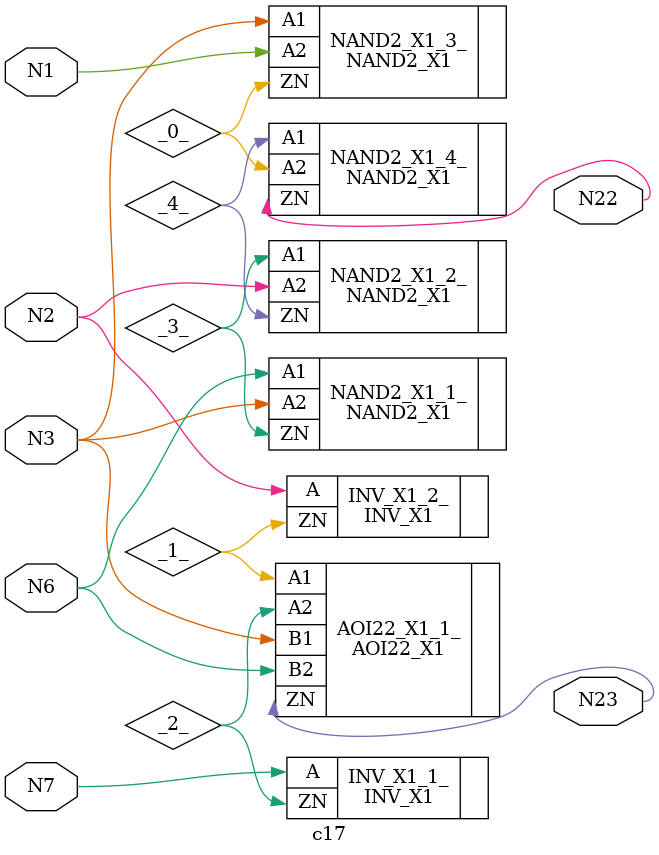
<source format=v>
module c17(N1, N2, N3, N6, N7, N22, N23);

wire _0_;
wire _1_;
wire _2_;
wire _3_;
wire _4_;
input N1;
input N2;
input N3;
input N6;
input N7;
output N22;
output N23;

INV_X1 #() 
INV_X1_1_ (
  .A({ N7 }),
  .ZN({ _2_ })
);
AOI22_X1 #() 
AOI22_X1_1_ (
  .A1({ _1_ }),
  .A2({ _2_ }),
  .B1({ N3 }),
  .B2({ N6 }),
  .ZN({ N23 })
);
NAND2_X1 #() 
NAND2_X1_1_ (
  .A1({ N6 }),
  .A2({ N3 }),
  .ZN({ _3_ })
);
NAND2_X1 #() 
NAND2_X1_2_ (
  .A1({ _3_ }),
  .A2({ N2 }),
  .ZN({ _4_ })
);
NAND2_X1 #() 
NAND2_X1_3_ (
  .A1({ N3 }),
  .A2({ N1 }),
  .ZN({ _0_ })
);
NAND2_X1 #() 
NAND2_X1_4_ (
  .A1({ _4_ }),
  .A2({ _0_ }),
  .ZN({ N22 })
);
INV_X1 #() 
INV_X1_2_ (
  .A({ N2 }),
  .ZN({ _1_ })
);

endmodule
</source>
